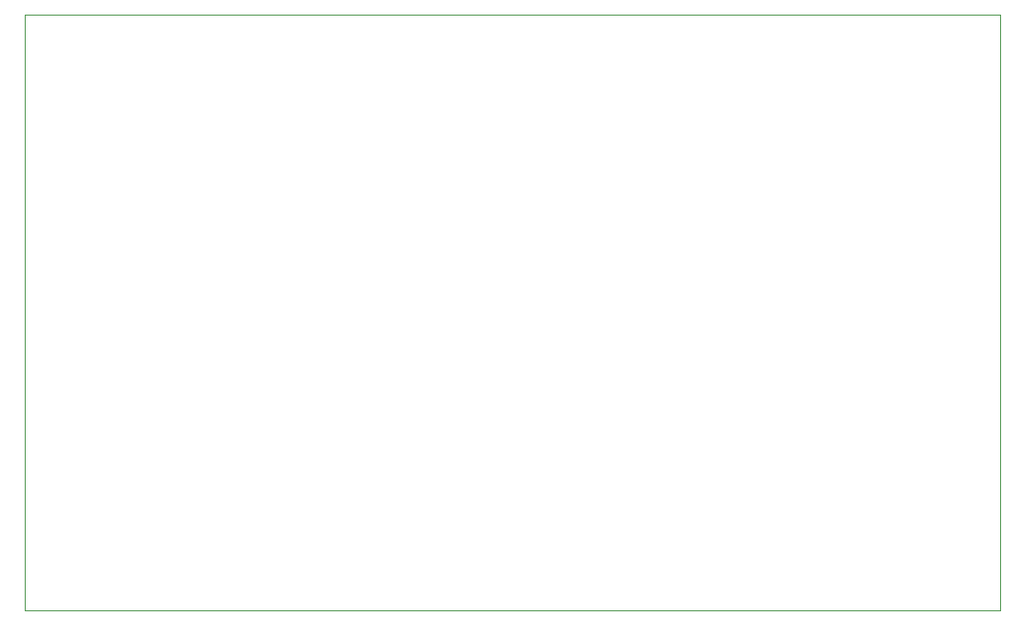
<source format=gbr>
%TF.GenerationSoftware,Altium Limited,Altium Designer,23.5.1 (21)*%
G04 Layer_Color=0*
%FSLAX45Y45*%
%MOMM*%
%TF.SameCoordinates,184668B5-E9FD-47B0-B020-163135FE076F*%
%TF.FilePolarity,Positive*%
%TF.FileFunction,Profile,NP*%
%TF.Part,Single*%
G01*
G75*
%TA.AperFunction,Profile*%
%ADD101C,0.02540*%
D101*
X0Y0D02*
X9000000D01*
Y5500000D01*
X0D01*
Y0D01*
%TF.MD5,1a7b8769939123629cf21898df9bb047*%
M02*

</source>
